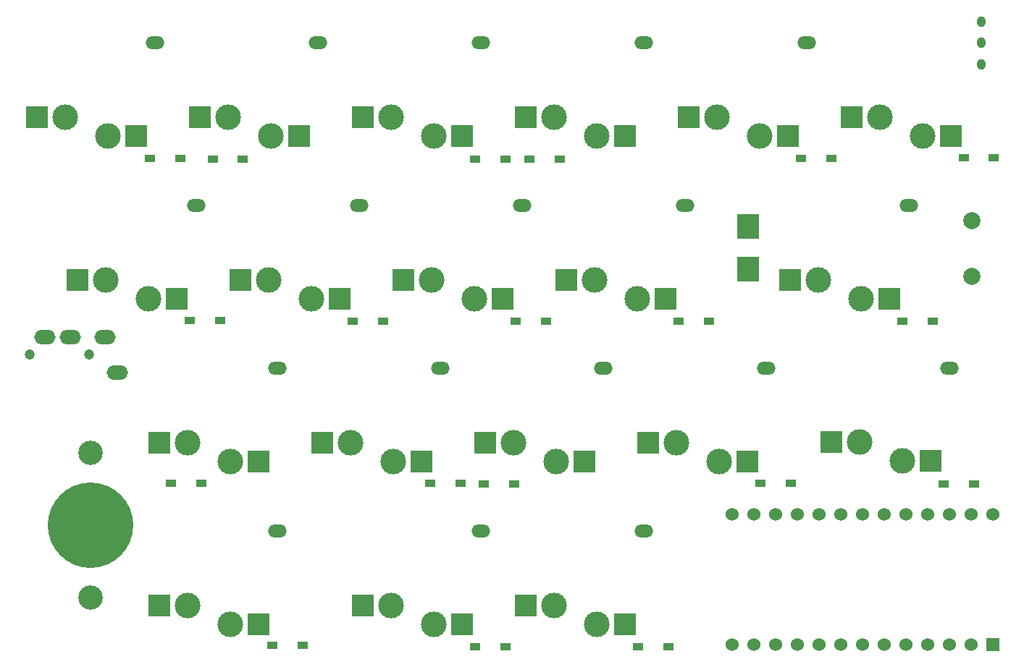
<source format=gbr>
%TF.GenerationSoftware,KiCad,Pcbnew,7.0.8*%
%TF.CreationDate,2024-11-17T17:07:29+09:00*%
%TF.ProjectId,cool937r,636f6f6c-3933-4377-922e-6b696361645f,rev?*%
%TF.SameCoordinates,Original*%
%TF.FileFunction,Soldermask,Bot*%
%TF.FilePolarity,Negative*%
%FSLAX46Y46*%
G04 Gerber Fmt 4.6, Leading zero omitted, Abs format (unit mm)*
G04 Created by KiCad (PCBNEW 7.0.8) date 2024-11-17 17:07:29*
%MOMM*%
%LPD*%
G01*
G04 APERTURE LIST*
%ADD10C,3.000000*%
%ADD11O,2.200000X1.500000*%
%ADD12R,2.600000X2.600000*%
%ADD13C,1.200000*%
%ADD14O,2.500000X1.700000*%
%ADD15R,1.300000X0.950000*%
%ADD16O,1.000000X1.300000*%
%ADD17C,2.000000*%
%ADD18R,2.600000X3.000000*%
%ADD19C,2.850000*%
%ADD20C,10.000000*%
%ADD21C,1.524000*%
%ADD22R,1.524000X1.524000*%
G04 APERTURE END LIST*
D10*
%TO.C,SW38*%
X158000000Y-150290000D03*
X163000000Y-152490000D03*
D11*
X168550000Y-141590000D03*
D12*
X154700000Y-150290000D03*
X166300000Y-152490000D03*
%TD*%
D13*
%TO.C,J1*%
X96710000Y-120980000D03*
X103710000Y-120980000D03*
D14*
X107010000Y-123080000D03*
X98510000Y-118880000D03*
X101510000Y-118880000D03*
X105510000Y-118880000D03*
%TD*%
D15*
%TO.C,D10*%
X205910000Y-97950000D03*
X209460000Y-97950000D03*
%TD*%
D10*
%TO.C,SW10*%
X196105000Y-93140000D03*
X201105000Y-95340000D03*
D12*
X192805000Y-93140000D03*
X204405000Y-95340000D03*
%TD*%
D15*
%TO.C,D19*%
X172575000Y-117030000D03*
X176125000Y-117030000D03*
%TD*%
%TO.C,D17*%
X134495000Y-117040000D03*
X138045000Y-117040000D03*
%TD*%
D10*
%TO.C,SW6*%
X119905000Y-93140000D03*
X124905000Y-95340000D03*
D11*
X130455000Y-84440000D03*
D12*
X116605000Y-93140000D03*
X128205000Y-95340000D03*
%TD*%
D15*
%TO.C,D20*%
X198775000Y-117050000D03*
X202325000Y-117050000D03*
%TD*%
D10*
%TO.C,SW9*%
X177055000Y-93140000D03*
X182055000Y-95340000D03*
D11*
X187605000Y-84440000D03*
D12*
X173755000Y-93140000D03*
X185355000Y-95340000D03*
%TD*%
D15*
%TO.C,D6*%
X118115000Y-98110000D03*
X121665000Y-98110000D03*
%TD*%
D16*
%TO.C,SW42*%
X208000000Y-81960000D03*
X208000000Y-84460000D03*
X208000000Y-86960000D03*
%TD*%
D10*
%TO.C,SW37*%
X138950000Y-150290000D03*
X143950000Y-152490000D03*
D11*
X149500000Y-141590000D03*
D12*
X135650000Y-150290000D03*
X147250000Y-152490000D03*
%TD*%
D10*
%TO.C,SW7*%
X138955000Y-93140000D03*
X143955000Y-95340000D03*
D11*
X149505000Y-84440000D03*
D12*
X135655000Y-93140000D03*
X147255000Y-95340000D03*
%TD*%
D10*
%TO.C,SW36*%
X115150000Y-150290000D03*
X120150000Y-152490000D03*
D11*
X125700000Y-141590000D03*
D12*
X111850000Y-150290000D03*
X123450000Y-152490000D03*
%TD*%
D15*
%TO.C,D26*%
X113215000Y-136050000D03*
X116765000Y-136050000D03*
%TD*%
D17*
%TO.C,SW41*%
X206910000Y-105270000D03*
X206910000Y-111770000D03*
%TD*%
D15*
%TO.C,D18*%
X153545000Y-117030000D03*
X157095000Y-117030000D03*
%TD*%
D10*
%TO.C,SW20*%
X188970000Y-112200000D03*
X193970000Y-114400000D03*
D11*
X199520000Y-103500000D03*
D12*
X185670000Y-112200000D03*
X197270000Y-114400000D03*
%TD*%
D10*
%TO.C,SW26*%
X115150000Y-131250000D03*
X120150000Y-133450000D03*
D11*
X125700000Y-122550000D03*
D12*
X111850000Y-131250000D03*
X123450000Y-133450000D03*
%TD*%
D15*
%TO.C,D35*%
X110815000Y-98020000D03*
X114365000Y-98020000D03*
%TD*%
D10*
%TO.C,SW19*%
X162770000Y-112190000D03*
X167770000Y-114390000D03*
D11*
X173320000Y-103490000D03*
D12*
X159470000Y-112190000D03*
X171070000Y-114390000D03*
%TD*%
D15*
%TO.C,D29*%
X182165000Y-136060000D03*
X185715000Y-136060000D03*
%TD*%
%TO.C,D38*%
X167885000Y-155190000D03*
X171435000Y-155190000D03*
%TD*%
%TO.C,D9*%
X186940000Y-98020000D03*
X190490000Y-98020000D03*
%TD*%
%TO.C,D8*%
X155145000Y-98060000D03*
X158695000Y-98060000D03*
%TD*%
%TO.C,D27*%
X143540000Y-136010000D03*
X147090000Y-136010000D03*
%TD*%
D10*
%TO.C,SW27*%
X134200000Y-131250000D03*
X139200000Y-133450000D03*
D11*
X144750000Y-122550000D03*
D12*
X130900000Y-131250000D03*
X142500000Y-133450000D03*
%TD*%
D15*
%TO.C,D36*%
X125115000Y-155000000D03*
X128665000Y-155000000D03*
%TD*%
D10*
%TO.C,SW16*%
X105620000Y-112190000D03*
X110620000Y-114390000D03*
D11*
X116170000Y-103490000D03*
D12*
X102320000Y-112190000D03*
X113920000Y-114390000D03*
%TD*%
D15*
%TO.C,D16*%
X115425000Y-117010000D03*
X118975000Y-117010000D03*
%TD*%
%TO.C,D37*%
X148825000Y-155190000D03*
X152375000Y-155190000D03*
%TD*%
%TO.C,D30*%
X203585000Y-136130000D03*
X207135000Y-136130000D03*
%TD*%
D10*
%TO.C,SW29*%
X172300000Y-131250000D03*
X177300000Y-133450000D03*
D11*
X182850000Y-122550000D03*
D12*
X169000000Y-131250000D03*
X180600000Y-133450000D03*
%TD*%
D10*
%TO.C,SW8*%
X158005000Y-93140000D03*
X163005000Y-95340000D03*
D11*
X168555000Y-84440000D03*
D12*
X154705000Y-93140000D03*
X166305000Y-95340000D03*
%TD*%
D10*
%TO.C,SW30*%
X193720000Y-131230000D03*
X198720000Y-133430000D03*
D11*
X204270000Y-122530000D03*
D12*
X190420000Y-131230000D03*
X202020000Y-133430000D03*
%TD*%
D10*
%TO.C,SW35*%
X100860000Y-93160000D03*
X105860000Y-95360000D03*
D11*
X111410000Y-84460000D03*
D12*
X97560000Y-93160000D03*
X109160000Y-95360000D03*
%TD*%
D10*
%TO.C,SW18*%
X143720000Y-112190000D03*
X148720000Y-114390000D03*
D11*
X154270000Y-103490000D03*
D12*
X140420000Y-112190000D03*
X152020000Y-114390000D03*
%TD*%
D15*
%TO.C,D28*%
X149805000Y-136120000D03*
X153355000Y-136120000D03*
%TD*%
D10*
%TO.C,SW28*%
X153250000Y-131250000D03*
X158250000Y-133450000D03*
D11*
X163800000Y-122550000D03*
D12*
X149950000Y-131250000D03*
X161550000Y-133450000D03*
%TD*%
D15*
%TO.C,D7*%
X148840000Y-98080000D03*
X152390000Y-98080000D03*
%TD*%
D10*
%TO.C,SW17*%
X124670000Y-112190000D03*
X129670000Y-114390000D03*
D11*
X135220000Y-103490000D03*
D12*
X121370000Y-112190000D03*
X132970000Y-114390000D03*
%TD*%
D18*
%TO.C,C1*%
X180750000Y-105930000D03*
X180750000Y-110930000D03*
%TD*%
D19*
%TO.C,BT1*%
X103830000Y-132460000D03*
X103830000Y-149360000D03*
D20*
X103830000Y-140910000D03*
%TD*%
D21*
%TO.C,U2*%
X206790000Y-139640000D03*
X204250000Y-139640000D03*
X201710000Y-139640000D03*
X199170000Y-139640000D03*
X196630000Y-139640000D03*
X194090000Y-139640000D03*
X191550000Y-139640000D03*
X189010000Y-139640000D03*
X186470000Y-139640000D03*
X183930000Y-139640000D03*
X181390000Y-139640000D03*
X178850000Y-139640000D03*
X178850000Y-154860000D03*
X181390000Y-154860000D03*
X183930000Y-154860000D03*
X186470000Y-154860000D03*
X189010000Y-154860000D03*
X191550000Y-154860000D03*
X194090000Y-154860000D03*
X196630000Y-154860000D03*
X199170000Y-154860000D03*
X201710000Y-154860000D03*
X204250000Y-154860000D03*
X206790000Y-154860000D03*
D22*
X209330000Y-154860000D03*
D21*
X209330000Y-139640000D03*
%TD*%
M02*

</source>
